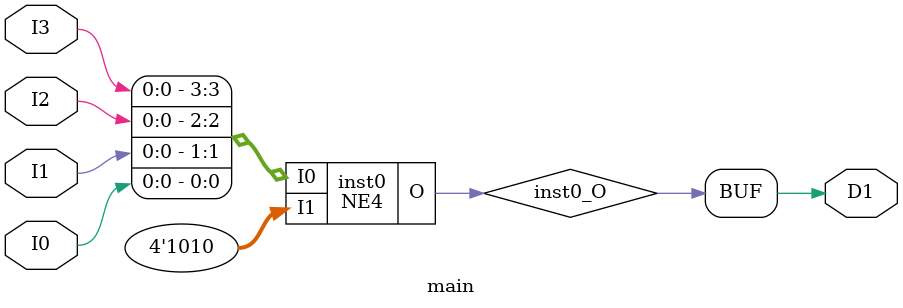
<source format=v>
module NE4 (input [3:0] I0, input [3:0] I1, output  O);
wire  inst0_O;
wire  inst1_O;
wire  inst2_O;
wire  inst3_O;
SB_LUT4 #(.LUT_INIT(16'hBEBE)) inst0 (.I0(1'b0), .I1(I0[0]), .I2(I1[0]), .I3(1'b0), .O(inst0_O));
SB_LUT4 #(.LUT_INIT(16'hBEBE)) inst1 (.I0(inst0_O), .I1(I0[1]), .I2(I1[1]), .I3(1'b0), .O(inst1_O));
SB_LUT4 #(.LUT_INIT(16'hBEBE)) inst2 (.I0(inst1_O), .I1(I0[2]), .I2(I1[2]), .I3(1'b0), .O(inst2_O));
SB_LUT4 #(.LUT_INIT(16'hBEBE)) inst3 (.I0(inst2_O), .I1(I0[3]), .I2(I1[3]), .I3(1'b0), .O(inst3_O));
assign O = inst3_O;
endmodule

module main (input  I0, input  I1, input  I2, input  I3, output  D1);
wire  inst0_O;
NE4 inst0 (.I0({I3,I2,I1,I0}), .I1({1'b1,1'b0,1'b1,1'b0}), .O(inst0_O));
assign D1 = inst0_O;
endmodule


</source>
